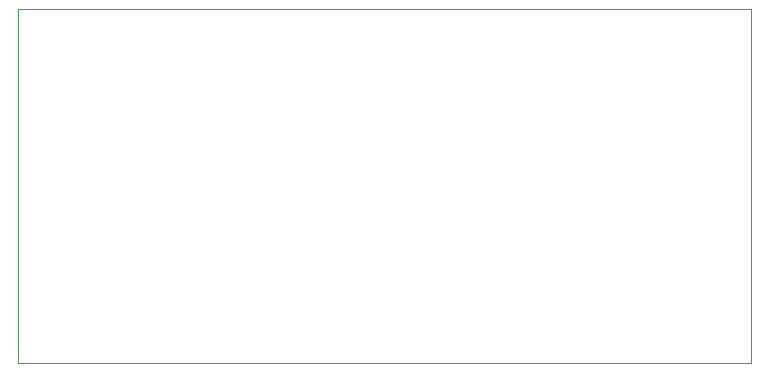
<source format=gko>
%FSLAX46Y46*%
%MOMM*%
%ADD10C,0.010000*%
G01*
G01*
%LPD*%
D10*
X-31000000Y-1000000D02*
X-31000000Y29000000D01*
D10*
X-31000000Y29000000D02*
X31000000Y29000000D01*
D10*
X31000000Y29000000D02*
X31000000Y-1000000D01*
D10*
X31000000Y-1000000D02*
X-31000000Y-1000000D01*
G75*
M02*

</source>
